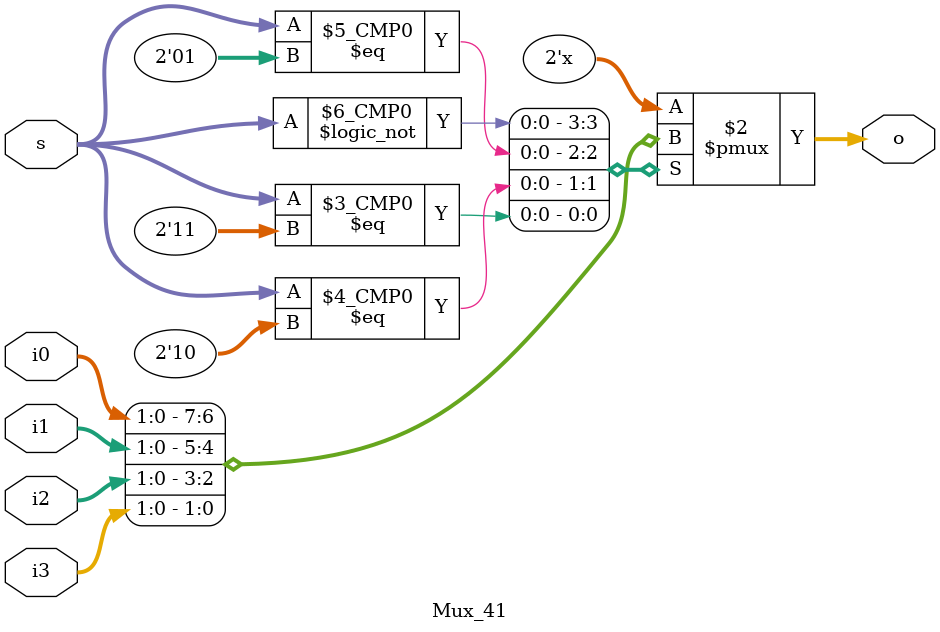
<source format=v>
`timescale 1ns / 1ps


module Mux_41 (
    input [1:0] i0,
    input [1:0] i1,
    input [1:0] i2,
    input [1:0] i3,
    input [1:0] s,
    output reg [1:0] o
);

always @(s)begin
    case(s)
        2'b00: o = i0;
        2'b01: o = i1;
        2'b10: o = i2;
        2'b11: o = i3;
        default: o = 2'b00;
    endcase
end

endmodule

</source>
